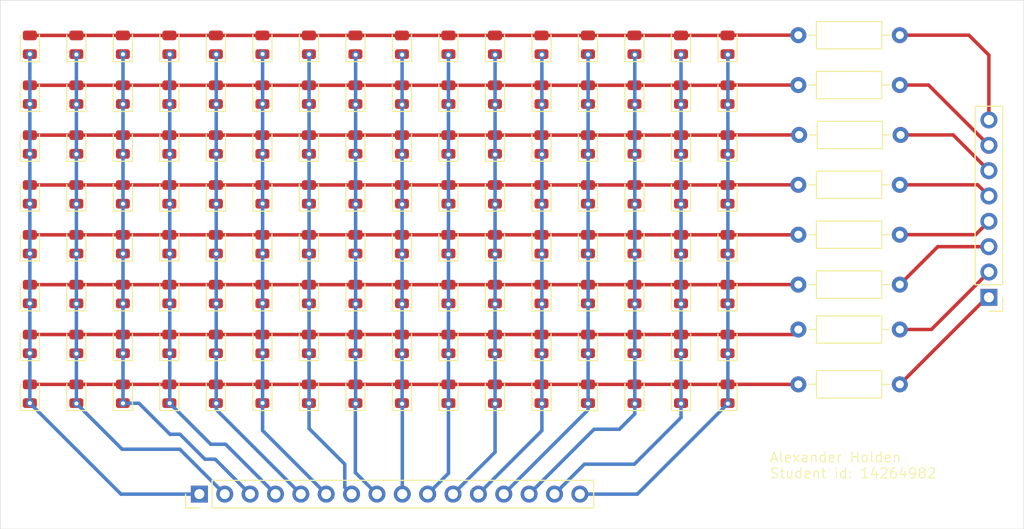
<source format=kicad_pcb>
(kicad_pcb (version 20241229) (generator "pcbnew") (generator_version "9.0")
  (layers (0 "F.Cu" signal) (2 "B.Cu" signal) (13 "F.Paste" user) (15 "B.Paste" user) (5 "F.SilkS" user "F.Silkscreen") (7 "B.SilkS" user "B.Silkscreen") (1 "F.Mask" user) (3 "B.Mask" user) (25 "Edge.Cuts" user))
  (net 0 "")
  (net 1 "Net-(D1-K)")
  (net 2 "Net-(D100-K)")
  (net 3 "Net-(D101-K)")
  (net 4 "Net-(D102-K)")
  (net 5 "Net-(D103-K)")
  (net 6 "Net-(D104-K)")
  (net 7 "Net-(D105-K)")
  (net 8 "Net-(D10-K)")
  (net 9 "Net-(D107-K)")
  (net 10 "Net-(D108-K)")
  (net 11 "Net-(D109-K)")
  (net 12 "Net-(D110-K)")
  (net 13 "Net-(D111-K)")
  (net 14 "Net-(D112-K)")
  (net 15 "Net-(D114-K)")
  (net 16 "Net-(D115-K)")
  (net 17 "Net-(D1-A)")
  (net 18 "Net-(D17-A)")
  (net 19 "Net-(D33-A)")
  (net 20 "Net-(D49-A)")
  (net 21 "Net-(D65-A)")
  (net 22 "Net-(D81-A)")
  (net 23 "Net-(D100-A)")
  (net 24 "Net-(D113-A)")
  (net 25 "Net-(R1-Pad2)")
  (net 26 "Net-(R2-Pad2)")
  (net 27 "Net-(R3-Pad2)")
  (net 28 "Net-(R4-Pad2)")
  (net 29 "Net-(R5-Pad2)")
  (net 30 "Net-(R6-Pad2)")
  (net 31 "Net-(R7-Pad2)")
  (net 32 "Net-(R8-Pad2)")
  (footprint "PROJECT_FOOTPRINTS:LED_0805_2012Metric_45" (layer "F.Cu") (at 144.37 65.5775)
    (property "Reference" "D10" (hide yes))
    (property "Value" "LED")
  )
  (footprint "PROJECT_FOOTPRINTS:LED_0805_2012Metric_45" (layer "F.Cu") (at 130.3975 80.5685)
    (property "Reference" "D55" (hide yes))
    (property "Value" "LED")
  )
  (footprint "PROJECT_FOOTPRINTS:LED_0805_2012Metric_45" (layer "F.Cu") (at 163 90.5625)
    (property "Reference" "D94" (hide yes))
    (property "Value" "LED")
  )
  (footprint "PROJECT_FOOTPRINTS:LED_0805_2012Metric_45" (layer "F.Cu") (at 158.3425 85.5655)
    (property "Reference" "D77" (hide yes))
    (property "Value" "LED")
  )
  (footprint "PROJECT_FOOTPRINTS:LED_0805_2012Metric_45" (layer "F.Cu") (at 107.11 70.5745)
    (property "Reference" "D18" (hide yes))
    (property "Value" "LED")
  )
  (footprint "Resistor_THT:R_Axial_DIN0207_L6.3mm_D2.5mm_P10.16mm_Horizontal" (layer "F.Cu") (at 179.40875 64.615)
    (property "Reference" "R8" (hide yes))
    (property "Value" "R")
  )
  (footprint "PROJECT_FOOTPRINTS:LED_0805_2012Metric_45" (layer "F.Cu") (at 121.0825 85.5655)
    (property "Reference" "D69" (hide yes))
    (property "Value" "LED")
  )
  (footprint "PROJECT_FOOTPRINTS:LED_0805_2012Metric_45" (layer "F.Cu") (at 172.315 65.5775)
    (property "Reference" "D16" (hide yes))
    (property "Value" "LED")
  )
  (footprint "PROJECT_FOOTPRINTS:LED_0805_2012Metric_45" (layer "F.Cu") (at 158.3425 75.5715)
    (property "Reference" "D45" (hide yes))
    (property "Value" "LED")
  )
  (footprint "PROJECT_FOOTPRINTS:LED_0805_2012Metric_45" (layer "F.Cu") (at 149.0275 65.5775)
    (property "Reference" "D11" (hide yes))
    (property "Value" "LED")
  )
  (footprint "PROJECT_FOOTPRINTS:LED_0805_2012Metric_45" (layer "F.Cu") (at 125.74 100.5565)
    (property "Reference" "D118" (hide yes))
    (property "Value" "LED")
  )
  (footprint "PROJECT_FOOTPRINTS:LED_0805_2012Metric_45" (layer "F.Cu") (at 153.685 70.5745)
    (property "Reference" "D28" (hide yes))
    (property "Value" "LED")
  )
  (footprint "PROJECT_FOOTPRINTS:LED_0805_2012Metric_45" (layer "F.Cu") (at 158.3425 100.5565)
    (property "Reference" "D125" (hide yes))
    (property "Value" "LED")
  )
  (footprint "PROJECT_FOOTPRINTS:LED_0805_2012Metric_45" (layer "F.Cu") (at 125.74 65.5775)
    (property "Reference" "D6" (hide yes))
    (property "Value" "LED")
  )
  (footprint "PROJECT_FOOTPRINTS:LED_0805_2012Metric_45" (layer "F.Cu") (at 107.11 100.5565)
    (property "Reference" "D114" (hide yes))
    (property "Value" "LED")
  )
  (footprint "PROJECT_FOOTPRINTS:LED_0805_2012Metric_45" (layer "F.Cu") (at 144.37 90.5625)
    (property "Reference" "D90" (hide yes))
    (property "Value" "LED")
  )
  (footprint "PROJECT_FOOTPRINTS:LED_0805_2012Metric_45" (layer "F.Cu") (at 158.3425 95.5595)
    (property "Reference" "D109" (hide yes))
    (property "Value" "LED")
  )
  (footprint "PROJECT_FOOTPRINTS:LED_0805_2012Metric_45" (layer "F.Cu") (at 130.3975 85.5655)
    (property "Reference" "D71" (hide yes))
    (property "Value" "LED")
  )
  (footprint "PROJECT_FOOTPRINTS:LED_0805_2012Metric_45" (layer "F.Cu") (at 153.685 65.5775)
    (property "Reference" "D12" (hide yes))
    (property "Value" "LED")
  )
  (footprint "PROJECT_FOOTPRINTS:LED_0805_2012Metric_45" (layer "F.Cu") (at 149.0275 70.5745)
    (property "Reference" "D27" (hide yes))
    (property "Value" "LED")
  )
  (footprint "PROJECT_FOOTPRINTS:LED_0805_2012Metric_45" (layer "F.Cu") (at 139.7125 100.5565)
    (property "Reference" "D121" (hide yes))
    (property "Value" "LED")
  )
  (footprint "PROJECT_FOOTPRINTS:LED_0805_2012Metric_45" (layer "F.Cu") (at 125.74 70.5745)
    (property "Reference" "D22" (hide yes))
    (property "Value" "LED")
  )
  (footprint "PROJECT_FOOTPRINTS:LED_0805_2012Metric_45" (layer "F.Cu") (at 116.425 80.5685)
    (property "Reference" "D52" (hide yes))
    (property "Value" "LED")
  )
  (footprint "PROJECT_FOOTPRINTS:LED_0805_2012Metric_45" (layer "F.Cu") (at 116.425 65.5775)
    (property "Reference" "D4" (hide yes))
    (property "Value" "LED")
  )
  (footprint "PROJECT_FOOTPRINTS:LED_0805_2012Metric_45" (layer "F.Cu") (at 102.4525 70.5745)
    (property "Reference" "D17" (hide yes))
    (property "Value" "LED")
  )
  (footprint "PROJECT_FOOTPRINTS:LED_0805_2012Metric_45" (layer "F.Cu") (at 153.685 100.5565)
    (property "Reference" "D124" (hide yes))
    (property "Value" "LED")
  )
  (footprint "PROJECT_FOOTPRINTS:LED_0805_2012Metric_45" (layer "F.Cu") (at 144.37 85.5655)
    (property "Reference" "D74" (hide yes))
    (property "Value" "LED")
  )
  (footprint "PROJECT_FOOTPRINTS:LED_0805_2012Metric_45" (layer "F.Cu") (at 135.055 70.5745)
    (property "Reference" "D24" (hide yes))
    (property "Value" "LED")
  )
  (footprint "PROJECT_FOOTPRINTS:LED_0805_2012Metric_45" (layer "F.Cu") (at 102.4525 100.5565)
    (property "Reference" "D113" (hide yes))
    (property "Value" "LED")
  )
  (footprint "PROJECT_FOOTPRINTS:LED_0805_2012Metric_45" (layer "F.Cu") (at 144.37 95.5595)
    (property "Reference" "D106" (hide yes))
    (property "Value" "LED")
  )
  (footprint "PROJECT_FOOTPRINTS:LED_0805_2012Metric_45" (layer "F.Cu") (at 149.0275 95.5595)
    (property "Reference" "D107" (hide yes))
    (property "Value" "LED")
  )
  (footprint "PROJECT_FOOTPRINTS:LED_0805_2012Metric_45" (layer "F.Cu") (at 125.74 90.5625)
    (property "Reference" "D86" (hide yes))
    (property "Value" "LED")
  )
  (footprint "PROJECT_FOOTPRINTS:LED_0805_2012Metric_45" (layer "F.Cu") (at 139.7125 80.5685)
    (property "Reference" "D57" (hide yes))
    (property "Value" "LED")
  )
  (footprint "PROJECT_FOOTPRINTS:LED_0805_2012Metric_45" (layer "F.Cu") (at 116.425 70.5745)
    (property "Reference" "D20" (hide yes))
    (property "Value" "LED")
  )
  (footprint "PROJECT_FOOTPRINTS:LED_0805_2012Metric_45" (layer "F.Cu") (at 144.37 100.5565)
    (property "Reference" "D122" (hide yes))
    (property "Value" "LED")
  )
  (footprint "Resistor_THT:R_Axial_DIN0207_L6.3mm_D2.5mm_P10.16mm_Horizontal" (layer "F.Cu") (at 179.40875 69.615)
    (property "Reference" "R7" (hide yes))
    (property "Value" "R")
  )
  (footprint "PROJECT_FOOTPRINTS:LED_0805_2012Metric_45" (layer "F.Cu") (at 130.3975 65.5775)
    (property "Reference" "D7" (hide yes))
    (property "Value" "LED")
  )
  (footprint "PROJECT_FOOTPRINTS:LED_0805_2012Metric_45" (layer "F.Cu") (at 139.7125 90.5625)
    (property "Reference" "D89" (hide yes))
    (property "Value" "LED")
  )
  (footprint "PROJECT_FOOTPRINTS:LED_0805_2012Metric_45" (layer "F.Cu") (at 121.0825 65.5775)
    (property "Reference" "D5" (hide yes))
    (property "Value" "LED")
  )
  (footprint "PROJECT_FOOTPRINTS:LED_0805_2012Metric_45" (layer "F.Cu") (at 107.11 90.5625)
    (property "Reference" "D82" (hide yes))
    (property "Value" "LED")
  )
  (footprint "PROJECT_FOOTPRINTS:LED_0805_2012Metric_45" (layer "F.Cu") (at 153.685 75.5715)
    (property "Reference" "D44" (hide yes))
    (property "Value" "LED")
  )
  (footprint "PROJECT_FOOTPRINTS:LED_0805_2012Metric_45" (layer "F.Cu") (at 102.4525 90.5625)
    (property "Reference" "D81" (hide yes))
    (property "Value" "LED")
  )
  (footprint "PROJECT_FOOTPRINTS:LED_0805_2012Metric_45" (layer "F.Cu") (at 107.11 80.5685)
    (property "Reference" "D50" (hide yes))
    (property "Value" "LED")
  )
  (footprint "PROJECT_FOOTPRINTS:LED_0805_2012Metric_45" (layer "F.Cu") (at 172.315 100.5565)
    (property "Reference" "D128" (hide yes))
    (property "Value" "LED")
  )
  (footprint "PROJECT_FOOTPRINTS:LED_0805_2012Metric_45" (layer "F.Cu") (at 135.055 65.5775)
    (property "Reference" "D8" (hide yes))
    (property "Value" "LED")
  )
  (footprint "PROJECT_FOOTPRINTS:LED_0805_2012Metric_45" (layer "F.Cu") (at 125.74 80.5685)
    (property "Reference" "D54" (hide yes))
    (property "Value" "LED")
  )
  (footprint "PROJECT_FOOTPRINTS:LED_0805_2012Metric_45" (layer "F.Cu") (at 130.3975 100.5565)
    (property "Reference" "D119" (hide yes))
    (property "Value" "LED")
  )
  (footprint "PROJECT_FOOTPRINTS:LED_0805_2012Metric_45" (layer "F.Cu") (at 153.685 85.5655)
    (property "Reference" "D76" (hide yes))
    (property "Value" "LED")
  )
  (footprint "PROJECT_FOOTPRINTS:LED_0805_2012Metric_45" (layer "F.Cu") (at 111.7675 90.5625)
    (property "Reference" "D83" (hide yes))
    (property "Value" "LED")
  )
  (footprint "PROJECT_FOOTPRINTS:LED_0805_2012Metric_45" (layer "F.Cu") (at 167.6575 90.5625)
    (property "Reference" "D95" (hide yes))
    (property "Value" "LED")
  )
  (footprint "PROJECT_FOOTPRINTS:LED_0805_2012Metric_45" (layer "F.Cu") (at 167.6575 80.5685)
    (property "Reference" "D63" (hide yes))
    (property "Value" "LED")
  )
  (footprint "PROJECT_FOOTPRINTS:LED_0805_2012Metric_45" (layer "F.Cu") (at 135.055 100.5565)
    (property "Reference" "D120" (hide yes))
    (property "Value" "LED")
  )
  (footprint "PROJECT_FOOTPRINTS:LED_0805_2012Metric_45" (layer "F.Cu") (at 158.3425 80.5685)
    (property "Reference" "D61" (hide yes))
    (property "Value" "LED")
  )
  (footprint "PROJECT_FOOTPRINTS:LED_0805_2012Metric_45" (layer "F.Cu") (at 121.0825 80.5685)
    (property "Reference" "D53" (hide yes))
    (property "Value" "LED")
  )
  (footprint "PROJECT_FOOTPRINTS:LED_0805_2012Metric_45" (layer "F.Cu") (at 135.055 95.5595)
    (property "Reference" "D104" (hide yes))
    (property "Value" "LED")
  )
  (footprint "PROJECT_FOOTPRINTS:LED_0805_2012Metric_45" (layer "F.Cu") (at 107.11 85.5655)
    (property "Reference" "D66" (hide yes))
    (property "Value" "LED")
  )
  (footprint "PROJECT_FOOTPRINTS:LED_0805_2012Metric_45" (layer "F.Cu") (at 149.0275 90.5625)
    (property "Reference" "D91" (hide yes))
    (property "Value" "LED")
  )
  (footprint "PROJECT_FOOTPRINTS:LED_0805_2012Metric_45" (layer "F.Cu") (at 116.425 75.5715)
    (property "Reference" "D36" (hide yes))
    (property "Value" "LED")
  )
  (footprint "PROJECT_FOOTPRINTS:LED_0805_2012Metric_45" (layer "F.Cu") (at 149.0275 100.5565)
    (property "Reference" "D123" (hide yes))
    (property "Value" "LED")
  )
  (footprint "PROJECT_FOOTPRINTS:LED_0805_2012Metric_45" (layer "F.Cu") (at 111.7675 95.5595)
    (property "Reference" "D99" (hide yes))
    (property "Value" "LED")
  )
  (footprint "Resistor_THT:R_Axial_DIN0207_L6.3mm_D2.5mm_P10.16mm_Horizontal" (layer "F.Cu") (at 179.40875 79.615)
    (property "Reference" "R5" (hide yes))
    (property "Value" "R")
  )
  (footprint "PROJECT_FOOTPRINTS:LED_0805_2012Metric_45" (layer "F.Cu") (at 116.425 100.5565)
    (property "Reference" "D116" (hide yes))
    (property "Value" "LED")
  )
  (footprint "PROJECT_FOOTPRINTS:LED_0805_2012Metric_45" (layer "F.Cu") (at 163 70.5745)
    (property "Reference" "D30" (hide yes))
    (property "Value" "LED")
  )
  (footprint "PROJECT_FOOTPRINTS:LED_0805_2012Metric_45" (layer "F.Cu") (at 116.425 85.5655)
    (property "Reference" "D68" (hide yes))
    (property "Value" "LED")
  )
  (footprint "PROJECT_FOOTPRINTS:LED_0805_2012Metric_45" (layer "F.Cu") (at 167.6575 70.5745)
    (property "Reference" "D31" (hide yes))
    (property "Value" "LED")
  )
  (footprint "Resistor_THT:R_Axial_DIN0207_L6.3mm_D2.5mm_P10.16mm_Horizontal" (layer "F.Cu") (at 179.40875 94.115)
    (property "Reference" "R2" (hide yes))
    (property "Value" "R")
  )
  (footprint "PROJECT_FOOTPRINTS:LED_0805_2012Metric_45" (layer "F.Cu") (at 139.7125 95.5595)
    (property "Reference" "D105" (hide yes))
    (property "Value" "LED")
  )
  (footprint "PROJECT_FOOTPRINTS:LED_0805_2012Metric_45" (layer "F.Cu") (at 135.055 90.5625)
    (property "Reference" "D88" (hide yes))
    (property "Value" "LED")
  )
  (footprint "PROJECT_FOOTPRINTS:LED_0805_2012Metric_45" (layer "F.Cu") (at 172.315 85.5655)
    (property "Reference" "D80" (hide yes))
    (property "Value" "LED")
  )
  (footprint "PROJECT_FOOTPRINTS:LED_0805_2012Metric_45" (layer "F.Cu") (at 167.6575 75.5715)
    (property "Reference" "D47" (hide yes))
    (property "Value" "LED")
  )
  (footprint "PROJECT_FOOTPRINTS:LED_0805_2012Metric_45" (layer "F.Cu") (at 167.6575 85.5655)
    (property "Reference" "D79" (hide yes))
    (property "Value" "LED")
  )
  (footprint "PROJECT_FOOTPRINTS:LED_0805_2012Metric_45" (layer "F.Cu") (at 153.685 95.5595)
    (property "Reference" "D108" (hide yes))
    (property "Value" "LED")
  )
  (footprint "PROJECT_FOOTPRINTS:LED_0805_2012Metric_45" (layer "F.Cu") (at 144.37 80.5685)
    (property "Reference" "D58" (hide yes))
    (property "Value" "LED")
  )
  (footprint "PROJECT_FOOTPRINTS:LED_0805_2012Metric_45" (layer "F.Cu") (at 163 80.5685)
    (property "Reference" "D62" (hide yes))
    (property "Value" "LED")
  )
  (footprint "PROJECT_FOOTPRINTS:LED_0805_2012Metric_45" (layer "F.Cu") (at 172.315 70.5745)
    (property "Reference" "D32" (hide yes))
    (property "Value" "LED")
  )
  (footprint "PROJECT_FOOTPRINTS:LED_0805_2012Metric_45" (layer "F.Cu") (at 125.74 95.5595)
    (property "Reference" "D102" (hide yes))
    (property "Value" "LED")
  )
  (footprint "PROJECT_FOOTPRINTS:LED_0805_2012Metric_45" (layer "F.Cu") (at 158.3425 65.5775)
    (property "Reference" "D13" (hide yes))
    (property "Value" "LED")
  )
  (footprint "PROJECT_FOOTPRINTS:LED_0805_2012Metric_45" (layer "F.Cu") (at 111.7675 75.5715)
    (property "Reference" "D35" (hide yes))
    (property "Value" "LED")
  )
  (footprint "PROJECT_FOOTPRINTS:LED_0805_2012Metric_45" (layer "F.Cu") (at 102.4525 80.5685)
    (property "Reference" "D49" (hide yes))
    (property "Value" "LED")
  )
  (footprint "PROJECT_FOOTPRINTS:LED_0805_2012Metric_45" (layer "F.Cu") (at 130.3975 95.5595)
    (property "Reference" "D103" (hide yes))
    (property "Value" "LED")
  )
  (footprint "PROJECT_FOOTPRINTS:LED_0805_2012Metric_45" (layer "F.Cu") (at 111.7675 65.5775)
    (property "Reference" "D3" (hide yes))
    (property "Value" "LED")
  )
  (footprint "PROJECT_FOOTPRINTS:LED_0805_2012Metric_45" (layer "F.Cu") (at 121.0825 75.5715)
    (property "Reference" "D37" (hide yes))
    (property "Value" "LED")
  )
  (footprint "PROJECT_FOOTPRINTS:LED_0805_2012Metric_45" (layer "F.Cu") (at 144.37 75.5715)
    (property "Reference" "D42" (hide yes))
    (property "Value" "LED")
  )
  (footprint "PROJECT_FOOTPRINTS:LED_0805_2012Metric_45" (layer "F.Cu") (at 135.055 80.5685)
    (property "Reference" "D56" (hide yes))
    (property "Value" "LED")
  )
  (footprint "PROJECT_FOOTPRINTS:LED_0805_2012Metric_45" (layer "F.Cu") (at 144.37 70.5745)
    (property "Reference" "D26" (hide yes))
    (property "Value" "LED")
  )
  (footprint "PROJECT_FOOTPRINTS:LED_0805_2012Metric_45" (layer "F.Cu") (at 130.3975 70.5745)
    (property "Reference" "D23" (hide yes))
    (property "Value" "LED")
  )
  (footprint "PROJECT_FOOTPRINTS:LED_0805_2012Metric_45" (layer "F.Cu") (at 167.6575 95.5595)
    (property "Reference" "D111" (hide yes))
    (property "Value" "LED")
  )
  (footprint "PROJECT_FOOTPRINTS:LED_0805_2012Metric_45" (layer "F.Cu") (at 111.7675 80.5685)
    (property "Reference" "D51" (hide yes))
    (property "Value" "LED")
  )
  (footprint "Connector_PinHeader_2.54mm:PinHeader_1x16_P2.54mm_Vertical" (layer "F.Cu") (at 119.42875 110.615 90)
    (property "Reference" "U2" (hide yes))
    (property "Value" "~")
  )
  (footprint "PROJECT_FOOTPRINTS:LED_0805_2012Metric_45" (layer "F.Cu") (at 135.055 85.5655)
    (property "Reference" "D72" (hide yes))
    (property "Value" "LED")
  )
  (footprint "PROJECT_FOOTPRINTS:LED_0805_2012Metric_45" (layer "F.Cu") (at 139.7125 70.5745)
    (property "Reference" "D25" (hide yes))
    (property "Value" "LED")
  )
  (footprint "PROJECT_FOOTPRINTS:LED_0805_2012Metric_45" (layer "F.Cu") (at 116.425 95.5595)
    (property "Reference" "D100" (hide yes))
    (property "Value" "LED")
  )
  (footprint "PROJECT_FOOTPRINTS:LED_0805_2012Metric_45" (layer "F.Cu") (at 163 75.5715)
    (property "Reference" "D46" (hide yes))
    (property "Value" "LED")
  )
  (footprint "PROJECT_FOOTPRINTS:LED_0805_2012Metric_45" (layer "F.Cu") (at 167.6575 100.5565)
    (property "Reference" "D127" (hide yes))
    (property "Value" "LED")
  )
  (footprint "PROJECT_FOOTPRINTS:LED_0805_2012Metric_45" (layer "F.Cu") (at 139.7125 75.5715)
    (property "Reference" "D41" (hide yes))
    (property "Value" "LED")
  )
  (footprint "PROJECT_FOOTPRINTS:LED_0805_2012Metric_45" (layer "F.Cu") (at 102.4525 65.5775)
    (property "Reference" "D1" (hide yes))
    (property "Value" "LED")
  )
  (footprint "Resistor_THT:R_Axial_DIN0207_L6.3mm_D2.5mm_P10.16mm_Horizontal" (layer "F.Cu") (at 179.40875 89.615)
    (property "Reference" "R3" (hide yes))
    (property "Value" "R")
  )
  (footprint "PROJECT_FOOTPRINTS:LED_0805_2012Metric_45" (layer "F.Cu") (at 153.685 80.5685)
    (property "Reference" "D60" (hide yes))
    (property "Value" "LED")
  )
  (footprint "PROJECT_FOOTPRINTS:LED_0805_2012Metric_45" (layer "F.Cu") (at 121.0825 95.5595)
    (property "Reference" "D101" (hide yes))
    (property "Value" "LED")
  )
  (footprint "PROJECT_FOOTPRINTS:LED_0805_2012Metric_45" (layer "F.Cu") (at 158.3425 70.5745)
    (property "Reference" "D29" (hide yes))
    (property "Value" "LED")
  )
  (footprint "PROJECT_FOOTPRINTS:LED_0805_2012Metric_45" (layer "F.Cu") (at 149.0275 75.5715)
    (property "Reference" "D43" (hide yes))
    (property "Value" "LED")
  )
  (footprint "PROJECT_FOOTPRINTS:LED_0805_2012Metric_45" (layer "F.Cu") (at 158.3425 90.5625)
    (property "Reference" "D93" (hide yes))
    (property "Value" "LED")
  )
  (footprint "PROJECT_FOOTPRINTS:LED_0805_2012Metric_45" (layer "F.Cu") (at 111.7675 85.5655)
    (property "Reference" "D67" (hide yes))
    (property "Value" "LED")
  )
  (footprint "Resistor_THT:R_Axial_DIN0207_L6.3mm_D2.5mm_P10.16mm_Horizontal" (layer "F.Cu") (at 179.40875 99.615)
    (property "Reference" "R1" (hide yes))
    (property "Value" "R")
  )
  (footprint "PROJECT_FOOTPRINTS:LED_0805_2012Metric_45" (layer "F.Cu") (at 139.7125 85.5655)
    (property "Reference" "D73" (hide yes))
    (property "Value" "LED")
  )
  (footprint "Resistor_THT:R_Axial_DIN0207_L6.3mm_D2.5mm_P10.16mm_Horizontal" (layer "F.Cu") (at 179.40875 84.615)
    (property "Reference" "R4" (hide yes))
    (property "Value" "R")
  )
  (footprint "PROJECT_FOOTPRINTS:LED_0805_2012Metric_45" (layer "F.Cu") (at 163 65.5775)
    (property "Reference" "D14" (hide yes))
    (property "Value" "LED")
  )
  (footprint "PROJECT_FOOTPRINTS:LED_0805_2012Metric_45" (layer "F.Cu") (at 163 95.5595)
    (property "Reference" "D110" (hide yes))
    (property "Value" "LED")
  )
  (footprint "PROJECT_FOOTPRINTS:LED_0805_2012Metric_45" (layer "F.Cu") (at 172.315 90.5625)
    (property "Reference" "D96" (hide yes))
    (property "Value" "LED")
  )
  (footprint "PROJECT_FOOTPRINTS:LED_0805_2012Metric_45" (layer "F.Cu") (at 111.7675 70.5745)
    (property "Reference" "D19" (hide yes))
    (property "Value" "LED")
  )
  (footprint "PROJECT_FOOTPRINTS:LED_0805_2012Metric_45" (layer "F.Cu") (at 102.4525 75.5715)
    (property "Reference" "D33" (hide yes))
    (property "Value" "LED")
  )
  (footprint "PROJECT_FOOTPRINTS:LED_0805_2012Metric_45" (layer "F.Cu") (at 139.7125 65.5775)
    (property "Reference" "D9" (hide yes))
    (property "Value" "LED")
  )
  (footprint "PROJECT_FOOTPRINTS:LED_0805_2012Metric_45" (layer "F.Cu") (at 116.425 90.5625)
    (property "Reference" "D84" (hide yes))
    (property "Value" "LED")
  )
  (footprint "PROJECT_FOOTPRINTS:LED_0805_2012Metric_45" (layer "F.Cu") (at 163 100.5565)
    (property "Reference" "D126" (hide yes))
    (property "Value" "LED")
  )
  (footprint "PROJECT_FOOTPRINTS:LED_0805_2012Metric_45" (layer "F.Cu") (at 163 85.5655)
    (property "Reference" "D78" (hide yes))
    (property "Value" "LED")
  )
  (footprint "PROJECT_FOOTPRINTS:LED_0805_2012Metric_45" (layer "F.Cu") (at 121.0825 70.5745)
    (property "Reference" "D21" (hide yes))
    (property "Value" "LED")
  )
  (footprint "Resistor_THT:R_Axial_DIN0207_L6.3mm_D2.5mm_P10.16mm_Horizontal" (layer "F.Cu") (at 179.48875 74.615)
    (property "Reference" "R6" (hide yes))
    (property "Value" "R")
  )
  (footprint "PROJECT_FOOTPRINTS:LED_0805_2012Metric_45" (layer "F.Cu") (at 107.11 95.5595)
    (property "Reference" "D98" (hide yes))
    (property "Value" "LED")
  )
  (footprint "PROJECT_FOOTPRINTS:LED_0805_2012Metric_45" (layer "F.Cu") (at 149.0275 80.5685)
    (property "Reference" "D59" (hide yes))
    (property "Value" "LED")
  )
  (footprint "PROJECT_FOOTPRINTS:LED_0805_2012Metric_45" (layer "F.Cu") (at 130.3975 90.5625)
    (property "Reference" "D87" (hide yes))
    (property "Value" "LED")
  )
  (footprint "PROJECT_FOOTPRINTS:LED_0805_2012Metric_45" (layer "F.Cu") (at 102.4525 85.5655)
    (property "Reference" "D65" (hide yes))
    (property "Value" "LED")
  )
  (footprint "PROJECT_FOOTPRINTS:LED_0805_2012Metric_45" (layer "F.Cu") (at 111.7675 100.5565)
    (property "Reference" "D115" (hide yes))
    (property "Value" "LED" (hide yes))
  )
  (footprint "PROJECT_FOOTPRINTS:LED_0805_2012Metric_45" (layer "F.Cu") (at 153.685 90.5625)
    (property "Reference" "D92" (hide yes))
    (property "Value" "LED")
  )
  (footprint "Connector_PinHeader_2.54mm:PinHeader_1x08_P2.54mm_Vertical" (layer "F.Cu") (at 198.48875 90.895 180)
    (property "Reference" "U1" (hide yes))
    (property "Value" "~")
  )
  (footprint "PROJECT_FOOTPRINTS:LED_0805_2012Metric_45" (layer "F.Cu") (at 172.315 95.5595)
    (property "Reference" "D112" (hide yes))
    (property "Value" "LED")
  )
  (footprint "PROJECT_FOOTPRINTS:LED_0805_2012Metric_45" (layer "F.Cu") (at 172.315 80.5685)
    (property "Reference" "D64" (hide yes))
    (property "Value" "LED")
  )
  (footprint "PROJECT_FOOTPRINTS:LED_0805_2012Metric_45" (layer "F.Cu") (at 167.6575 65.5775)
    (property "Reference" "D15" (hide yes))
    (property "Value" "LED")
  )
  (footprint "PROJECT_FOOTPRINTS:LED_0805_2012Metric_45" (layer "F.Cu") (at 107.11 65.5775)
    (property "Reference" "D2" (hide yes))
    (property "Value" "LED")
  )
  (footprint "PROJECT_FOOTPRINTS:LED_0805_2012Metric_45" (layer "F.Cu") (at 135.055 75.5715)
    (property "Reference" "D40" (hide yes))
    (property "Value" "LED")
  )
  (footprint "PROJECT_FOOTPRINTS:LED_0805_2012Metric_45" (layer "F.Cu") (at 149.0275 85.5655)
    (property "Reference" "D75" (hide yes))
    (property "Value" "LED")
  )
  (footprint "PROJECT_FOOTPRINTS:LED_0805_2012Metric_45" (layer "F.Cu") (at 125.74 85.5655)
    (property "Reference" "D70" (hide yes))
    (property "Value" "LED")
  )
  (footprint "PROJECT_FOOTPRINTS:LED_0805_2012Metric_45" (layer "F.Cu") (at 172.315 75.5715)
    (property "Reference" "D48" (hide yes))
    (property "Value" "LED")
  )
  (footprint "PROJECT_FOOTPRINTS:LED_0805_2012Metric_45" (layer "F.Cu") (at 107.11 75.5715)
    (property "Reference" "D34" (hide yes))
    (property "Value" "LED")
  )
  (footprint "PROJECT_FOOTPRINTS:LED_0805_2012Metric_45" (layer "F.Cu") (at 102.4525 95.5595)
    (property "Reference" "D97" (hide yes))
    (property "Value" "LED")
  )
  (footprint "PROJECT_FOOTPRINTS:LED_0805_2012Metric_45" (layer "F.Cu") (at 121.0825 90.5625)
    (property "Reference" "D85" (hide yes))
    (property "Value" "LED")
  )
  (footprint "PROJECT_FOOTPRINTS:LED_0805_2012Metric_45" (layer "F.Cu") (at 125.74 75.5715)
    (property "Reference" "D38" (hide yes))
    (property "Value" "LED")
  )
  (footprint "PROJECT_FOOTPRINTS:LED_0805_2012Metric_45" (layer "F.Cu") (at 130.3975 75.5715)
    (property "Reference" "D39" (hide yes))
    (property "Value" "LED")
  )
  (footprint "PROJECT_FOOTPRINTS:LED_0805_2012Metric_45" (layer "F.Cu") (at 121.0825 100.5565)
    (property "Reference" "D117" (hide yes))
    (property "Value" "LED")
  )
  (gr_rect (start 99.48875 61.115) (end 201.98875 114.115) (stroke (width 0.05)) (fill no) (layer "Edge.Cuts"))
  (gr_text "Alexander Holden\nStudent id: 14264982" (at 176.48875 109.115 0) (layer "F.SilkS") (effects (font (size 1 1) (thickness 0.1)) (justify left bottom)))
  (via (at 102.4525 101.494) (size 0.8) (drill 0.4) (layers "F.Cu" "B.Cu") (net 1))
  (via (at 102.4525 66.515) (size 0.8) (drill 0.4) (layers "F.Cu" "B.Cu") (net 1))
  (via (at 102.4525 81.506) (size 0.8) (drill 0.4) (layers "F.Cu" "B.Cu") (net 1))
  (via (at 102.4525 86.503) (size 0.8) (drill 0.4) (layers "F.Cu" "B.Cu") (net 1))
  (via (at 102.4525 71.512) (size 0.8) (drill 0.4) (layers "F.Cu" "B.Cu") (net 1))
  (via (at 102.4525 91.5) (size 0.8) (drill 0.4) (layers "F.Cu" "B.Cu") (net 1))
  (via (at 102.4525 76.509) (size 0.8) (drill 0.4) (layers "F.Cu" "B.Cu") (net 1))
  (via (at 102.4525 96.497) (size 0.8) (drill 0.4) (layers "F.Cu" "B.Cu") (net 1))
  (segment (start 102.4525 66.515) (end 102.4525 101.494) (width 0.35) (layer "B.Cu") (net 1))
  (segment (start 102.4525 101.494) (end 111.5735 110.615) (width 0.35) (layer "B.Cu") (net 1))
  (segment (start 111.5735 110.615) (end 119.42875 110.615) (width 0.35) (layer "B.Cu") (net 1))
  (via (at 116.461247 76.524804) (size 0.8) (drill 0.4) (layers "F.Cu" "B.Cu") (net 2))
  (via (at 116.461247 81.521804) (size 0.8) (drill 0.4) (layers "F.Cu" "B.Cu") (net 2))
  (via (at 116.461247 91.515804) (size 0.8) (drill 0.4) (layers "F.Cu" "B.Cu") (net 2))
  (via (at 116.461247 96.512804) (size 0.8) (drill 0.4) (layers "F.Cu" "B.Cu") (net 2))
  (via (at 116.461247 86.518804) (size 0.8) (drill 0.4) (layers "F.Cu" "B.Cu") (net 2))
  (via (at 116.461247 101.509804) (size 0.8) (drill 0.4) (layers "F.Cu" "B.Cu") (net 2))
  (via (at 116.461247 66.530804) (size 0.8) (drill 0.4) (layers "F.Cu" "B.Cu") (net 2))
  (via (at 116.461247 71.527804) (size 0.8) (drill 0.4) (layers "F.Cu" "B.Cu") (net 2))
  (segment (start 116.461247 101.509804) (end 116.461247 66.530804) (width 0.35) (layer "B.Cu") (net 2))
  (segment (start 116.461247 101.509804) (end 120.566443 105.615) (width 0.35) (layer "B.Cu") (net 2))
  (segment (start 122.04875 105.615) (end 127.04875 110.615) (width 0.35) (layer "B.Cu") (net 2))
  (segment (start 120.566443 105.615) (end 122.04875 105.615) (width 0.35) (layer "B.Cu") (net 2))
  (via (at 121.116115 76.537539) (size 0.8) (drill 0.4) (layers "F.Cu" "B.Cu") (net 3))
  (via (at 121.116115 86.531539) (size 0.8) (drill 0.4) (layers "F.Cu" "B.Cu") (net 3))
  (via (at 121.116115 81.534539) (size 0.8) (drill 0.4) (layers "F.Cu" "B.Cu") (net 3))
  (via (at 121.116115 91.528539) (size 0.8) (drill 0.4) (layers "F.Cu" "B.Cu") (net 3))
  (via (at 121.116115 66.543539) (size 0.8) (drill 0.4) (layers "F.Cu" "B.Cu") (net 3))
  (via (at 121.116115 101.522539) (size 0.8) (drill 0.4) (layers "F.Cu" "B.Cu") (net 3))
  (via (at 121.116115 71.540539) (size 0.8) (drill 0.4) (layers "F.Cu" "B.Cu") (net 3))
  (via (at 121.116115 96.525539) (size 0.8) (drill 0.4) (layers "F.Cu" "B.Cu") (net 3))
  (segment (start 121.116115 102.142365) (end 121.116115 101.522539) (width 0.35) (layer "B.Cu") (net 3))
  (segment (start 129.58875 110.615) (end 121.116115 102.142365) (width 0.35) (layer "B.Cu") (net 3))
  (segment (start 121.116115 66.543539) (end 121.116115 101.522539) (width 0.35) (layer "B.Cu") (net 3))
  (via (at 125.758248 71.502332) (size 0.8) (drill 0.4) (layers "F.Cu" "B.Cu") (net 4))
  (via (at 125.758248 66.505332) (size 0.8) (drill 0.4) (layers "F.Cu" "B.Cu") (net 4))
  (via (at 125.758248 76.499332) (size 0.8) (drill 0.4) (layers "F.Cu" "B.Cu") (net 4))
  (via (at 125.758248 96.487332) (size 0.8) (drill 0.4) (layers "F.Cu" "B.Cu") (net 4))
  (via (at 125.758248 91.490332) (size 0.8) (drill 0.4) (layers "F.Cu" "B.Cu") (net 4))
  (via (at 125.758248 86.493332) (size 0.8) (drill 0.4) (layers "F.Cu" "B.Cu") (net 4))
  (via (at 125.758248 101.484332) (size 0.8) (drill 0.4) (layers "F.Cu" "B.Cu") (net 4))
  (via (at 125.758248 81.496332) (size 0.8) (drill 0.4) (layers "F.Cu" "B.Cu") (net 4))
  (segment (start 125.758248 101.484332) (end 125.758248 66.505332) (width 0.35) (layer "B.Cu") (net 4))
  (segment (start 125.758248 101.484332) (end 125.758248 104.244498) (width 0.35) (layer "B.Cu") (net 4))
  (segment (start 125.758248 104.244498) (end 132.12875 110.615) (width 0.35) (layer "B.Cu") (net 4))
  (via (at 130.413117 86.525171) (size 0.8) (drill 0.4) (layers "F.Cu" "B.Cu") (net 5))
  (via (at 130.413117 76.531171) (size 0.8) (drill 0.4) (layers "F.Cu" "B.Cu") (net 5))
  (via (at 130.413117 81.528171) (size 0.8) (drill 0.4) (layers "F.Cu" "B.Cu") (net 5))
  (via (at 130.413117 71.534171) (size 0.8) (drill 0.4) (layers "F.Cu" "B.Cu") (net 5))
  (via (at 130.413117 91.522171) (size 0.8) (drill 0.4) (layers "F.Cu" "B.Cu") (net 5))
  (via (at 130.413117 66.537171) (size 0.8) (drill 0.4) (layers "F.Cu" "B.Cu") (net 5))
  (via (at 130.413117 101.516171) (size 0.8) (drill 0.4) (layers "F.Cu" "B.Cu") (net 5))
  (via (at 130.413117 96.519171) (size 0.8) (drill 0.4) (layers "F.Cu" "B.Cu") (net 5))
  (segment (start 130.413117 104.039367) (end 133.98875 107.615) (width 0.35) (layer "B.Cu") (net 5))
  (segment (start 133.98875 109.935) (end 134.66875 110.615) (width 0.35) (layer "B.Cu") (net 5))
  (segment (start 130.413117 66.537171) (end 130.413117 101.516171) (width 0.35) (layer "B.Cu") (net 5))
  (segment (start 130.413117 101.516171) (end 130.413117 104.039367) (width 0.35) (layer "B.Cu") (net 5))
  (segment (start 133.98875 107.615) (end 133.98875 109.935) (width 0.35) (layer "B.Cu") (net 5))
  (via (at 135.074353 96.557378) (size 0.8) (drill 0.4) (layers "F.Cu" "B.Cu") (net 6))
  (via (at 135.074353 86.563378) (size 0.8) (drill 0.4) (layers "F.Cu" "B.Cu") (net 6))
  (via (at 135.074353 101.554378) (size 0.8) (drill 0.4) (layers "F.Cu" "B.Cu") (net 6))
  (via (at 135.074353 81.566378) (size 0.8) (drill 0.4) (layers "F.Cu" "B.Cu") (net 6))
  (via (at 135.074353 91.560378) (size 0.8) (drill 0.4) (layers "F.Cu" "B.Cu") (net 6))
  (via (at 135.074353 76.569378) (size 0.8) (drill 0.4) (layers "F.Cu" "B.Cu") (net 6))
  (via (at 135.074353 66.575378) (size 0.8) (drill 0.4) (layers "F.Cu" "B.Cu") (net 6))
  (via (at 135.074353 71.572378) (size 0.8) (drill 0.4) (layers "F.Cu" "B.Cu") (net 6))
  (segment (start 135.074353 101.554378) (end 135.074353 66.575378) (width 0.35) (layer "B.Cu") (net 6))
  (segment (start 135.074353 101.554378) (end 135.049372 101.579359) (width 0.35) (layer "B.Cu") (net 6))
  (segment (start 135.049372 108.455622) (end 137.20875 110.615) (width 0.35) (layer "B.Cu") (net 6))
  (segment (start 135.049372 101.579359) (end 135.049372 108.455622) (width 0.35) (layer "B.Cu") (net 6))
  (via (at 139.729222 96.563746) (size 0.8) (drill 0.4) (layers "F.Cu" "B.Cu") (net 7))
  (via (at 139.729222 101.560746) (size 0.8) (drill 0.4) (layers "F.Cu" "B.Cu") (net 7))
  (via (at 139.729222 66.581746) (size 0.8) (drill 0.4) (layers "F.Cu" "B.Cu") (net 7))
  (via (at 139.729222 71.578746) (size 0.8) (drill 0.4) (layers "F.Cu" "B.Cu") (net 7))
  (via (at 139.729222 81.572746) (size 0.8) (drill 0.4) (layers "F.Cu" "B.Cu") (net 7))
  (via (at 139.729222 76.575746) (size 0.8) (drill 0.4) (layers "F.Cu" "B.Cu") (net 7))
  (via (at 139.729222 86.569746) (size 0.8) (drill 0.4) (layers "F.Cu" "B.Cu") (net 7))
  (via (at 139.729222 91.566746) (size 0.8) (drill 0.4) (layers "F.Cu" "B.Cu") (net 7))
  (segment (start 139.729222 101.560746) (end 139.74875 101.580274) (width 0.35) (layer "B.Cu") (net 7))
  (segment (start 139.729222 66.581746) (end 139.729222 101.560746) (width 0.35) (layer "B.Cu") (net 7))
  (segment (start 139.74875 101.580274) (end 139.74875 110.615) (width 0.35) (layer "B.Cu") (net 7))
  (via (at 144.371355 76.588482) (size 0.8) (drill 0.4) (layers "F.Cu" "B.Cu") (net 8))
  (via (at 144.371355 96.576482) (size 0.8) (drill 0.4) (layers "F.Cu" "B.Cu") (net 8))
  (via (at 144.371355 91.579482) (size 0.8) (drill 0.4) (layers "F.Cu" "B.Cu") (net 8))
  (via (at 144.371355 71.591482) (size 0.8) (drill 0.4) (layers "F.Cu" "B.Cu") (net 8))
  (via (at 144.371355 101.573482) (size 0.8) (drill 0.4) (layers "F.Cu" "B.Cu") (net 8))
  (via (at 144.371355 66.594482) (size 0.8) (drill 0.4) (layers "F.Cu" "B.Cu") (net 8))
  (via (at 144.371355 81.585482) (size 0.8) (drill 0.4) (layers "F.Cu" "B.Cu") (net 8))
  (via (at 144.371355 86.582482) (size 0.8) (drill 0.4) (layers "F.Cu" "B.Cu") (net 8))
  (segment (start 144.371355 101.573482) (end 144.371355 66.594482) (width 0.35) (layer "B.Cu") (net 8))
  (segment (start 144.371355 101.573482) (end 144.371355 108.532395) (width 0.35) (layer "B.Cu") (net 8))
  (segment (start 144.371355 108.532395) (end 142.28875 110.615) (width 0.35) (layer "B.Cu") (net 8))
  (via (at 149.038959 66.581746) (size 0.8) (drill 0.4) (layers "F.Cu" "B.Cu") (net 9))
  (via (at 149.038959 96.563746) (size 0.8) (drill 0.4) (layers "F.Cu" "B.Cu") (net 9))
  (via (at 149.038959 76.575746) (size 0.8) (drill 0.4) (layers "F.Cu" "B.Cu") (net 9))
  (via (at 149.038959 71.578746) (size 0.8) (drill 0.4) (layers "F.Cu" "B.Cu") (net 9))
  (via (at 149.038959 81.572746) (size 0.8) (drill 0.4) (layers "F.Cu" "B.Cu") (net 9))
  (via (at 149.038959 101.560746) (size 0.8) (drill 0.4) (layers "F.Cu" "B.Cu") (net 9))
  (via (at 149.038959 86.569746) (size 0.8) (drill 0.4) (layers "F.Cu" "B.Cu") (net 9))
  (via (at 149.038959 91.566746) (size 0.8) (drill 0.4) (layers "F.Cu" "B.Cu") (net 9))
  (segment (start 149.038959 66.581746) (end 149.038959 101.560746) (width 0.35) (layer "B.Cu") (net 9))
  (segment (start 149.038959 106.404791) (end 144.82875 110.615) (width 0.35) (layer "B.Cu") (net 9))
  (segment (start 149.038959 101.560746) (end 149.038959 106.404791) (width 0.35) (layer "B.Cu") (net 9))
  (via (at 153.725666 96.551011) (size 0.8) (drill 0.4) (layers "F.Cu" "B.Cu") (net 10))
  (via (at 153.725666 66.569011) (size 0.8) (drill 0.4) (layers "F.Cu" "B.Cu") (net 10))
  (via (at 153.725666 91.554011) (size 0.8) (drill 0.4) (layers "F.Cu" "B.Cu") (net 10))
  (via (at 153.725666 71.566011) (size 0.8) (drill 0.4) (layers "F.Cu" "B.Cu") (net 10))
  (via (at 153.725666 86.557011) (size 0.8) (drill 0.4) (layers "F.Cu" "B.Cu") (net 10))
  (via (at 153.725666 81.560011) (size 0.8) (drill 0.4) (layers "F.Cu" "B.Cu") (net 10))
  (via (at 153.725666 76.563011) (size 0.8) (drill 0.4) (layers "F.Cu" "B.Cu") (net 10))
  (via (at 153.725666 101.548011) (size 0.8) (drill 0.4) (layers "F.Cu" "B.Cu") (net 10))
  (segment (start 153.725666 104.258084) (end 147.36875 110.615) (width 0.35) (layer "B.Cu") (net 10))
  (segment (start 153.725666 101.548011) (end 153.725666 104.258084) (width 0.35) (layer "B.Cu") (net 10))
  (segment (start 153.725666 101.548011) (end 153.725666 66.569011) (width 0.35) (layer "B.Cu") (net 10))
  (via (at 158.355064 91.547643) (size 0.8) (drill 0.4) (layers "F.Cu" "B.Cu") (net 11))
  (via (at 158.355064 86.550643) (size 0.8) (drill 0.4) (layers "F.Cu" "B.Cu") (net 11))
  (via (at 158.355064 66.562643) (size 0.8) (drill 0.4) (layers "F.Cu" "B.Cu") (net 11))
  (via (at 158.355064 71.559643) (size 0.8) (drill 0.4) (layers "F.Cu" "B.Cu") (net 11))
  (via (at 158.355064 76.556643) (size 0.8) (drill 0.4) (layers "F.Cu" "B.Cu") (net 11))
  (via (at 158.355064 81.553643) (size 0.8) (drill 0.4) (layers "F.Cu" "B.Cu") (net 11))
  (via (at 158.355064 96.544643) (size 0.8) (drill 0.4) (layers "F.Cu" "B.Cu") (net 11))
  (via (at 158.355064 101.541643) (size 0.8) (drill 0.4) (layers "F.Cu" "B.Cu") (net 11))
  (segment (start 158.355064 66.562643) (end 158.355064 101.541643) (width 0.35) (layer "B.Cu") (net 11))
  (segment (start 158.355064 102.168686) (end 149.90875 110.615) (width 0.35) (layer "B.Cu") (net 11))
  (segment (start 158.355064 101.541643) (end 158.355064 102.168686) (width 0.35) (layer "B.Cu") (net 11))
  (via (at 163.029036 86.563378) (size 0.8) (drill 0.4) (layers "F.Cu" "B.Cu") (net 12))
  (via (at 163.029036 81.566378) (size 0.8) (drill 0.4) (layers "F.Cu" "B.Cu") (net 12))
  (via (at 163.029036 71.572378) (size 0.8) (drill 0.4) (layers "F.Cu" "B.Cu") (net 12))
  (via (at 163.029036 91.560378) (size 0.8) (drill 0.4) (layers "F.Cu" "B.Cu") (net 12))
  (via (at 163.029036 96.557378) (size 0.8) (drill 0.4) (layers "F.Cu" "B.Cu") (net 12))
  (via (at 163.029036 101.554378) (size 0.8) (drill 0.4) (layers "F.Cu" "B.Cu") (net 12))
  (via (at 163.029036 76.569378) (size 0.8) (drill 0.4) (layers "F.Cu" "B.Cu") (net 12))
  (via (at 163.029036 66.575378) (size 0.8) (drill 0.4) (layers "F.Cu" "B.Cu") (net 12))
  (segment (start 152.44875 110.615) (end 158.94875 104.115) (width 0.35) (layer "B.Cu") (net 12))
  (segment (start 163.029036 101.554378) (end 163.029036 66.575378) (width 0.35) (layer "B.Cu") (net 12))
  (segment (start 158.94875 104.115) (end 161.48875 104.115) (width 0.35) (layer "B.Cu") (net 12))
  (segment (start 163.029036 102.574714) (end 163.029036 101.554378) (width 0.35) (layer "B.Cu") (net 12))
  (segment (start 161.48875 104.115) (end 163.029036 102.574714) (width 0.35) (layer "B.Cu") (net 12))
  (via (at 167.658433 86.550643) (size 0.8) (drill 0.4) (layers "F.Cu" "B.Cu") (net 13))
  (via (at 167.658433 71.559643) (size 0.8) (drill 0.4) (layers "F.Cu" "B.Cu") (net 13))
  (via (at 167.658433 96.544643) (size 0.8) (drill 0.4) (layers "F.Cu" "B.Cu") (net 13))
  (via (at 167.658433 101.541643) (size 0.8) (drill 0.4) (layers "F.Cu" "B.Cu") (net 13))
  (via (at 167.658433 91.547643) (size 0.8) (drill 0.4) (layers "F.Cu" "B.Cu") (net 13))
  (via (at 167.658433 76.556643) (size 0.8) (drill 0.4) (layers "F.Cu" "B.Cu") (net 13))
  (via (at 167.658433 81.553643) (size 0.8) (drill 0.4) (layers "F.Cu" "B.Cu") (net 13))
  (via (at 167.658433 66.562643) (size 0.8) (drill 0.4) (layers "F.Cu" "B.Cu") (net 13))
  (segment (start 154.98875 110.615) (end 157.98875 107.615) (width 0.35) (layer "B.Cu") (net 13))
  (segment (start 162.98875 107.615) (end 167.658433 102.945317) (width 0.35) (layer "B.Cu") (net 13))
  (segment (start 167.658433 66.562643) (end 167.658433 101.541643) (width 0.35) (layer "B.Cu") (net 13))
  (segment (start 157.98875 107.615) (end 162.98875 107.615) (width 0.35) (layer "B.Cu") (net 13))
  (segment (start 167.658433 102.945317) (end 167.658433 101.541643) (width 0.35) (layer "B.Cu") (net 13))
  (via (at 172.351508 76.563011) (size 0.8) (drill 0.4) (layers "F.Cu" "B.Cu") (net 14))
  (via (at 172.351508 71.566011) (size 0.8) (drill 0.4) (layers "F.Cu" "B.Cu") (net 14))
  (via (at 172.351508 81.560011) (size 0.8) (drill 0.4) (layers "F.Cu" "B.Cu") (net 14))
  (via (at 172.351508 86.557011) (size 0.8) (drill 0.4) (layers "F.Cu" "B.Cu") (net 14))
  (via (at 172.351508 96.551011) (size 0.8) (drill 0.4) (layers "F.Cu" "B.Cu") (net 14))
  (via (at 172.351508 101.548011) (size 0.8) (drill 0.4) (layers "F.Cu" "B.Cu") (net 14))
  (via (at 172.351508 66.569011) (size 0.8) (drill 0.4) (layers "F.Cu" "B.Cu") (net 14))
  (via (at 172.351508 91.554011) (size 0.8) (drill 0.4) (layers "F.Cu" "B.Cu") (net 14))
  (segment (start 163.284519 110.615) (end 157.52875 110.615) (width 0.35) (layer "B.Cu") (net 14))
  (segment (start 172.351508 101.548011) (end 163.284519 110.615) (width 0.35) (layer "B.Cu") (net 14))
  (segment (start 172.351508 101.548011) (end 172.351508 66.569011) (width 0.35) (layer "B.Cu") (net 14))
  (via (at 107.113303 91.541275) (size 0.8) (drill 0.4) (layers "F.Cu" "B.Cu") (net 15))
  (via (at 107.113303 86.544275) (size 0.8) (drill 0.4) (layers "F.Cu" "B.Cu") (net 15))
  (via (at 107.113303 71.553275) (size 0.8) (drill 0.4) (layers "F.Cu" "B.Cu") (net 15))
  (via (at 107.113303 66.556275) (size 0.8) (drill 0.4) (layers "F.Cu" "B.Cu") (net 15))
  (via (at 107.113303 96.538275) (size 0.8) (drill 0.4) (layers "F.Cu" "B.Cu") (net 15))
  (via (at 107.113303 76.550275) (size 0.8) (drill 0.4) (layers "F.Cu" "B.Cu") (net 15))
  (via (at 107.113303 81.547275) (size 0.8) (drill 0.4) (layers "F.Cu" "B.Cu") (net 15))
  (via (at 107.113303 101.535275) (size 0.8) (drill 0.4) (layers "F.Cu" "B.Cu") (net 15))
  (segment (start 117.46875 106.115) (end 121.96875 110.615) (width 0.35) (layer "B.Cu") (net 15))
  (segment (start 107.113303 101.535275) (end 111.693028 106.115) (width 0.35) (layer "B.Cu") (net 15))
  (segment (start 111.693028 106.115) (end 117.46875 106.115) (width 0.35) (layer "B.Cu") (net 15))
  (segment (start 107.113303 101.535275) (end 107.113303 66.556275) (width 0.35) (layer "B.Cu") (net 15))
  (via (at 111.780907 86.518804) (size 0.8) (drill 0.4) (layers "F.Cu" "B.Cu") (net 16))
  (via (at 111.780907 96.512804) (size 0.8) (drill 0.4) (layers "F.Cu" "B.Cu") (net 16))
  (via (at 111.780907 91.515804) (size 0.8) (drill 0.4) (layers "F.Cu" "B.Cu") (net 16))
  (via (at 111.780907 81.521804) (size 0.8) (drill 0.4) (layers "F.Cu" "B.Cu") (net 16))
  (via (at 111.780907 76.524804) (size 0.8) (drill 0.4) (layers "F.Cu" "B.Cu") (net 16))
  (via (at 111.780907 66.530804) (size 0.8) (drill 0.4) (layers "F.Cu" "B.Cu") (net 16))
  (via (at 111.780907 71.527804) (size 0.8) (drill 0.4) (layers "F.Cu" "B.Cu") (net 16))
  (via (at 111.780907 101.509804) (size 0.8) (drill 0.4) (layers "F.Cu" "B.Cu") (net 16))
  (segment (start 117.48875 104.615) (end 119.98875 107.115) (width 0.35) (layer "B.Cu") (net 16))
  (segment (start 111.780907 101.509804) (end 113.383554 101.509804) (width 0.35) (layer "B.Cu") (net 16))
  (segment (start 113.383554 101.509804) (end 116.48875 104.615) (width 0.35) (layer "B.Cu") (net 16))
  (segment (start 121.00875 107.115) (end 124.50875 110.615) (width 0.35) (layer "B.Cu") (net 16))
  (segment (start 116.48875 104.615) (end 117.48875 104.615) (width 0.35) (layer "B.Cu") (net 16))
  (segment (start 119.98875 107.115) (end 121.00875 107.115) (width 0.35) (layer "B.Cu") (net 16))
  (segment (start 111.780907 66.530804) (end 111.780907 101.509804) (width 0.35) (layer "B.Cu") (net 16))
  (segment (start 179.40875 64.615) (end 172.34 64.615) (width 0.35) (layer "F.Cu") (net 17))
  (segment (start 102.4525 64.64) (end 172.315 64.64) (width 0.35) (layer "F.Cu") (net 17))
  (segment (start 172.34 64.615) (end 172.315 64.64) (width 0.35) (layer "F.Cu") (net 17))
  (segment (start 172.315 69.637) (end 172.96675 69.637) (width 0.35) (layer "F.Cu") (net 18))
  (segment (start 172.96675 69.637) (end 172.98875 69.615) (width 0.35) (layer "F.Cu") (net 18))
  (segment (start 172.98875 69.615) (end 179.40875 69.615) (width 0.35) (layer "F.Cu") (net 18))
  (segment (start 172.315 69.637) (end 102.4525 69.637) (width 0.35) (layer "F.Cu") (net 18))
  (segment (start 102.4525 74.634) (end 172.315 74.634) (width 0.35) (layer "F.Cu") (net 19))
  (segment (start 179.48875 74.615) (end 172.334 74.615) (width 0.35) (layer "F.Cu") (net 19))
  (segment (start 172.334 74.615) (end 172.315 74.634) (width 0.35) (layer "F.Cu") (net 19))
  (segment (start 172.315 79.631) (end 102.4525 79.631) (width 0.35) (layer "F.Cu") (net 20))
  (segment (start 179.40875 79.615) (end 172.331 79.615) (width 0.35) (layer "F.Cu") (net 20))
  (segment (start 172.331 79.615) (end 172.315 79.631) (width 0.35) (layer "F.Cu") (net 20))
  (segment (start 179.39575 84.628) (end 179.40875 84.615) (width 0.35) (layer "F.Cu") (net 21))
  (segment (start 172.315 84.628) (end 179.39575 84.628) (width 0.35) (layer "F.Cu") (net 21))
  (segment (start 102.4525 84.628) (end 172.315 84.628) (width 0.35) (layer "F.Cu") (net 21))
  (segment (start 172.315 89.625) (end 102.4525 89.625) (width 0.35) (layer "F.Cu") (net 22))
  (segment (start 179.40875 89.615) (end 172.325 89.615) (width 0.35) (layer "F.Cu") (net 22))
  (segment (start 172.325 89.615) (end 172.315 89.625) (width 0.35) (layer "F.Cu") (net 22))
  (segment (start 102.4525 94.622) (end 172.315 94.622) (width 0.35) (layer "F.Cu") (net 23))
  (segment (start 178.90175 94.622) (end 179.40875 94.115) (width 0.35) (layer "F.Cu") (net 23))
  (segment (start 172.315 94.622) (end 178.90175 94.622) (width 0.35) (layer "F.Cu") (net 23))
  (segment (start 172.319 99.615) (end 172.315 99.619) (width 0.35) (layer "F.Cu") (net 24))
  (segment (start 179.40875 99.615) (end 172.319 99.615) (width 0.35) (layer "F.Cu") (net 24))
  (segment (start 172.315 99.619) (end 102.4525 99.619) (width 0.35) (layer "F.Cu") (net 24))
  (segment (start 198.48875 90.895) (end 198.28875 90.895) (width 0.35) (layer "F.Cu") (net 25))
  (segment (start 198.28875 90.895) (end 189.56875 99.615) (width 0.35) (layer "F.Cu") (net 25))
  (segment (start 198.48875 88.355) (end 192.72875 94.115) (width 0.35) (layer "F.Cu") (net 26))
  (segment (start 192.72875 94.115) (end 189.56875 94.115) (width 0.35) (layer "F.Cu") (net 26))
  (segment (start 198.48875 85.815) (end 193.36875 85.815) (width 0.35) (layer "F.Cu") (net 27))
  (segment (start 193.36875 85.815) (end 189.56875 89.615) (width 0.35) (layer "F.Cu") (net 27))
  (segment (start 189.56875 84.615) (end 197.14875 84.615) (width 0.35) (layer "F.Cu") (net 28))
  (segment (start 197.14875 84.615) (end 198.48875 83.275) (width 0.35) (layer "F.Cu") (net 28))
  (segment (start 197.36875 79.615) (end 189.56875 79.615) (width 0.35) (layer "F.Cu") (net 29))
  (segment (start 198.48875 80.735) (end 197.36875 79.615) (width 0.35) (layer "F.Cu") (net 29))
  (segment (start 189.64875 74.615) (end 194.90875 74.615) (width 0.35) (layer "F.Cu") (net 30))
  (segment (start 194.90875 74.615) (end 198.48875 78.195) (width 0.35) (layer "F.Cu") (net 30))
  (segment (start 192.44875 69.615) (end 198.48875 75.655) (width 0.35) (layer "F.Cu") (net 31))
  (segment (start 189.56875 69.615) (end 192.44875 69.615) (width 0.35) (layer "F.Cu") (net 31))
  (segment (start 198.48875 66.615) (end 196.48875 64.615) (width 0.35) (layer "F.Cu") (net 32))
  (segment (start 196.48875 64.615) (end 189.56875 64.615) (width 0.35) (layer "F.Cu") (net 32))
  (segment (start 198.48875 73.115) (end 198.48875 66.615) (width 0.35) (layer "F.Cu") (net 32))
)
</source>
